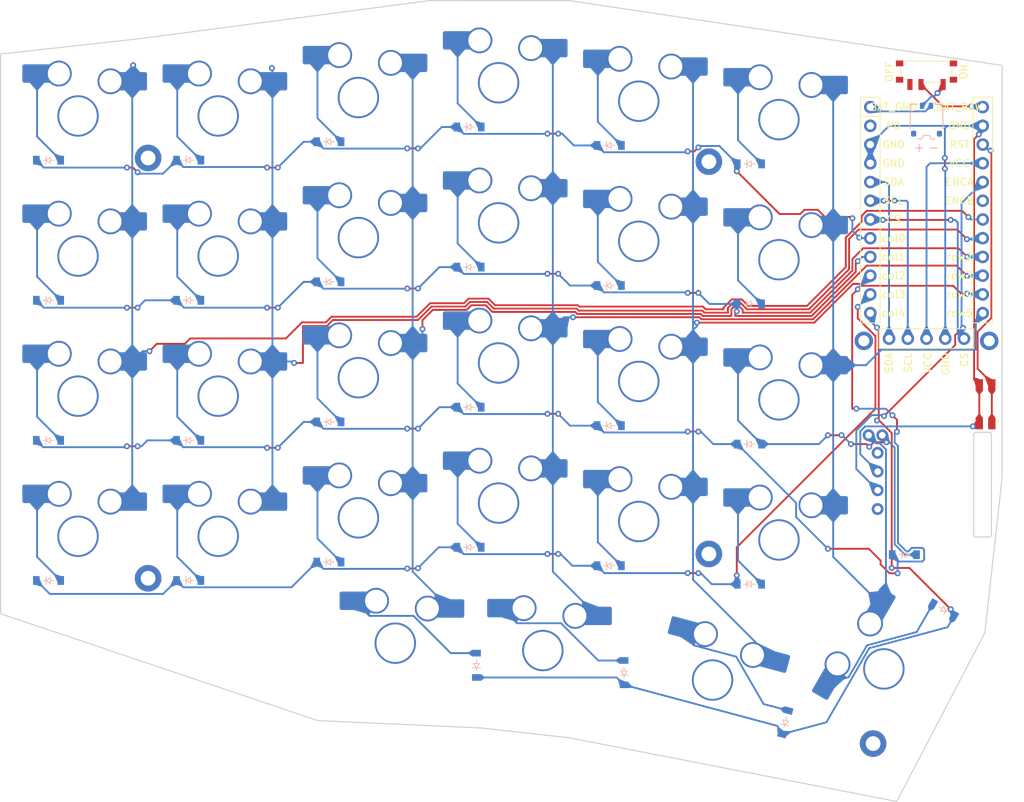
<source format=kicad_pcb>
(kicad_pcb (version 20240108) (generator "pcbnew") (generator_version "8.0")
  (title_block (title "left") (rev "v1.0.0") (company "Unknown"))
  (layers (0 "F.Cu" signal) (31 "B.Cu" signal) (34 "B.Paste" user) (35 "F.Paste" user) (36 "B.SilkS" user "B.Silkscreen") (37 "F.SilkS" user "F.Silkscreen") (38 "B.Mask" user) (39 "F.Mask" user) (44 "Edge.Cuts" user))
  (net 0 "")
  (net 1 "row0")
  (net 2 "outer_bottom")
  (net 3 "GND")
  (net 4 "outer_home")
  (net 5 "outer_top")
  (net 6 "outer_num")
  (net 7 "row1")
  (net 8 "pinky_bottom")
  (net 9 "pinky_home")
  (net 10 "pinky_top")
  (net 11 "pinky_num")
  (net 12 "row2")
  (net 13 "ring_bottom")
  (net 14 "ring_home")
  (net 15 "ring_top")
  (net 16 "ring_num")
  (net 17 "row3")
  (net 18 "middle_bottom")
  (net 19 "middle_home")
  (net 20 "middle_top")
  (net 21 "middle_num")
  (net 22 "row4")
  (net 23 "index_bottom")
  (net 24 "index_home")
  (net 25 "index_top")
  (net 26 "index_num")
  (net 27 "row5")
  (net 28 "inner_bottom")
  (net 29 "inner_home")
  (net 30 "inner_top")
  (net 31 "inner_num")
  (net 32 "inner_cluster")
  (net 33 "layer_cluster")
  (net 34 "home_cluster")
  (net 35 "space_cluster")
  (net 36 "col3")
  (net 37 "col2")
  (net 38 "col1")
  (net 39 "col0")
  (net 40 "col4")
  (net 41 "ENCB_undef")
  (net 42 "ENCA")
  (net 43 "undef_ENCB")
  (net 44 "BAT_RAW")
  (net 45 "RST")
  (net 46 "VCC")
  (net 47 "ENCB")
  (net 48 "BAT_GND")
  (net 49 "P0")
  (net 50 "SDA")
  (net 51 "SCL")
  (net 52 "CS")
  (net 53 "ON_P")
  (footprint "ceoloide:mounting_hole_plated" (layer "F.Cu") (at 166.417096 111.600336)
    (property "Reference" "H7" (hide yes))
    (property "Value" "")
  )
  (footprint "ceoloide:mounting_hole_plated" (layer "F.Cu") (at 52.417098 143.800339)
    (property "Reference" "H3" (hide yes))
    (property "Value" "")
  )
  (footprint "ceoloide:mounting_hole_plated" (layer "F.Cu") (at 128.417093 87.300337)
    (property "Reference" "H2" (hide yes))
    (property "Value" "")
  )
  (footprint "ceoloide:mcu_nice_nano" (layer "F.Cu") (at 157.917096 92.600339)
    (property "Reference" "MCU1" (hide yes))
    (property "Value" "")
  )
  (footprint "RollerEncoder_Panasonic_EVQWGD001" (layer "F.Cu") (at 156.917099 130.600338)
    (property "Reference" "REF**")
    (property "Value" "RollerEncoder_Panasonic_EVQWGD001")
    (fp_line (start 7.4 -6.3) (end 7.4 7.3) (stroke (width 0.15)) (layer "Edge.Cuts"))
    (fp_line (start 7.7 7.6) (end 9.5 7.6) (stroke (width 0.15)) (layer "Edge.Cuts"))
    (fp_line (start 9.5 -6.6) (end 7.7 -6.600001) (stroke (width 0.15)) (layer "Edge.Cuts"))
    (fp_line (start 9.8 7.3) (end 9.8 -6.3) (stroke (width 0.15)) (layer "Edge.Cuts"))
    (fp_arc (start 7.4 -6.3) (mid 7.487868 -6.512132) (end 7.7 -6.600001) (stroke (width 0.15)) (layer "Edge.Cuts"))
    (fp_arc (start 7.7 7.6) (mid 7.487868 7.512132) (end 7.4 7.3) (stroke (width 0.15)) (layer "Edge.Cuts"))
    (fp_arc (start 9.5 -6.6) (mid 9.712132 -6.512132) (end 9.8 -6.3) (stroke (width 0.15)) (layer "Edge.Cuts"))
    (fp_arc (start 9.8 7.3) (mid 9.712132 7.512132) (end 9.5 7.6) (stroke (width 0.15)) (layer "Edge.Cuts"))
  )
  (footprint "ceoloide:mounting_hole_plated" (layer "F.Cu") (at 52.417097 86.800336)
    (property "Reference" "H1" (hide yes))
    (property "Value" "")
  )
  (footprint "ceoloide:mounting_hole_plated" (layer "F.Cu") (at 149.417098 111.600335)
    (property "Reference" "H6" (hide yes))
    (property "Value" "")
  )
  (footprint "ceoloide:display_nice_view" (layer "F.Cu") (at 157.917094 94.600335)
    (property "Reference" "DISP1" (hide yes))
    (property "Value" "")
  )
  (footprint "ceoloide:reset_switch_smd_side" (layer "F.Cu") (at 165.917098 120.200332 -90)
    (property "Reference" "RST1" (hide yes))
    (property "Value" "")
  )
  (footprint "ceoloide:mounting_hole_plated" (layer "F.Cu") (at 128.417096 140.500339)
    (property "Reference" "H5" (hide yes))
    (property "Value" "")
  )
  (footprint "ceoloide:mounting_hole_plated" (layer "F.Cu") (at 150.676607 166.216935 60)
    (property "Reference" "H4" (hide yes))
    (property "Value" "")
  )
  (footprint "ceoloide:power_switch_smd_side" (layer "F.Cu") (at 157.917097 75.100339 90)
    (property "Reference" "PWR1" (hide yes))
    (property "Value" "")
  )
  (footprint "ceoloide:switch_gateron_ks27_ks33" (layer "B.Cu") (at 61.917091 138.100336 180)
    (property "Reference" "S5" (hide yes))
    (property "Value" "")
  )
  (footprint "ceoloide:switch_gateron_ks27_ks33" (layer "B.Cu") (at 137.917097 138.600339 180)
    (property "Reference" "S21" (hide yes))
    (property "Value" "")
  )
  (footprint "ceoloide:diode_tht_sod123" (layer "B.Cu") (at 57.917093 87.100335)
    (property "Reference" "D8" (hide yes))
    (property "Value" "")
  )
  (footprint "ceoloide:switch_gateron_ks27_ks33" (layer "B.Cu") (at 118.917095 98.100336 180)
    (property "Reference" "S19" (hide yes))
    (property "Value" "")
  )
  (footprint "ceoloide:diode_tht_sod123" (layer "B.Cu") (at 160.233787 148.063413 150)
    (property "Reference" "D28" (hide yes))
    (property "Value" "")
  )
  (footprint "ceoloide:diode_tht_sod123" (layer "B.Cu") (at 95.917096 82.600337)
    (property "Reference" "D16" (hide yes))
    (property "Value" "")
  )
  (footprint "ceoloide:switch_gateron_ks27_ks33" (layer "B.Cu") (at 137.917093 100.600335 180)
    (property "Reference" "S23" (hide yes))
    (property "Value" "")
  )
  (footprint "ceoloide:switch_gateron_ks27_ks33" (layer "B.Cu") (at 61.917097 100.100338 180)
    (property "Reference" "S7" (hide yes))
    (property "Value" "")
  )
  (footprint "ceoloide:diode_tht_sod123" (layer "B.Cu") (at 57.917094 106.100337)
    (property "Reference" "D7" (hide yes))
    (property "Value" "")
  )
  (footprint "ceoloide:switch_gateron_ks27_ks33" (layer "B.Cu") (at 85.917092 152.600337 180)
    (property "Reference" "S25" (hide yes))
    (property "Value" "")
  )
  (footprint "ceoloide:switch_gateron_ks27_ks33" (layer "B.Cu") (at 99.917098 95.60034 180)
    (property "Reference" "S15" (hide yes))
    (property "Value" "")
  )
  (footprint "ceoloide:switch_gateron_ks27_ks33" (layer "B.Cu") (at 99.917091 114.600336 180)
    (property "Reference" "S14" (hide yes))
    (property "Value" "")
  )
  (footprint "ceoloide:switch_gateron_ks27_ks33" (layer "B.Cu") (at 118.917094 79.100335 180)
    (property "Reference" "S20" (hide yes))
    (property "Value" "")
  )
  (footprint "ceoloide:diode_tht_sod123" (layer "B.Cu") (at 38.917098 87.100336)
    (property "Reference" "D4" (hide yes))
    (property "Value" "")
  )
  (footprint "ceoloide:diode_tht_sod123" (layer "B.Cu") (at 154.917098 140.600337)
    (property "Reference" "D29" (hide yes))
    (property "Value" "")
  )
  (footprint "ceoloide:switch_gateron_ks27_ks33" (layer "B.Cu") (at 128.917094 157.600338 165)
    (property "Reference" "S27" (hide yes))
    (property "Value" "")
  )
  (footprint "ceoloide:switch_gateron_ks27_ks33" (layer "B.Cu") (at 118.917094 117.100335 180)
    (property "Reference" "S18" (hide yes))
    (property "Value" "")
  )
  (footprint "ceoloide:diode_tht_sod123" (layer "B.Cu") (at 133.917094 87.600336)
    (property "Reference" "D24" (hide yes))
    (property "Value" "")
  )
  (footprint "ceoloide:switch_gateron_ks27_ks33" (layer "B.Cu") (at 42.917096 119.100338 180)
    (property "Reference" "S2" (hide yes))
    (property "Value" "")
  )
  (footprint "ceoloide:switch_gateron_ks27_ks33" (layer "B.Cu") (at 42.917096 100.100334 180)
    (property "Reference" "S3" (hide yes))
    (property "Value" "")
  )
  (footprint "ceoloide:diode_tht_sod123" (layer "B.Cu") (at 114.917096 123.100336)
    (property "Reference" "D18" (hide yes))
    (property "Value" "")
  )
  (footprint "ceoloide:switch_gateron_ks27_ks33" (layer "B.Cu") (at 99.917095 76.600337 180)
    (property "Reference" "S16" (hide yes))
    (property "Value" "")
  )
  (footprint "ceoloide:diode_tht_sod123" (layer "B.Cu") (at 133.917098 144.600338)
    (property "Reference" "D21" (hide yes))
    (property "Value" "")
  )
  (footprint "ceoloide:diode_tht_sod123" (layer "B.Cu") (at 76.917096 103.600337)
    (property "Reference" "D11" (hide yes))
    (property "Value" "")
  )
  (footprint "ceoloide:diode_tht_sod123" (layer "B.Cu") (at 76.917096 141.600336)
    (property "Reference" "D9" (hide yes))
    (property "Value" "")
  )
  (footprint "ceoloide:diode_tht_sod123" (layer "B.Cu") (at 57.917095 144.100337)
    (property "Reference" "D5" (hide yes))
    (property "Value" "")
  )
  (footprint "ceoloide:diode_tht_sod123" (layer "B.Cu") (at 38.917099 106.100337)
    (property "Reference" "D3" (hide yes))
    (property "Value" "")
  )
  (footprint "ceoloide:switch_gateron_ks27_ks33" (layer "B.Cu") (at 42.917096 81.100337 180)
    (property "Reference" "S4" (hide yes))
    (property "Value" "")
  )
  (footprint "ceoloide:switch_gateron_ks27_ks33" (layer "B.Cu") (at 80.917098 97.600338 180)
    (property "Reference" "S11" (hide yes))
    (property "Value" "")
  )
  (footprint "ceoloide:diode_tht_sod123" (layer "B.Cu") (at 95.917095 139.600336)
    (property "Reference" "D13" (hide yes))
    (property "Value" "")
  )
  (footprint "ceoloide:diode_tht_sod123" (layer "B.Cu") (at 138.765819 163.345123 75)
    (property "Reference" "D27" (hide yes))
    (property "Value" "")
  )
  (footprint "ceoloide:switch_gateron_ks27_ks33" (layer "B.Cu") (at 152.135711 156.089695 -120)
    (property "Reference" "S28" (hide yes))
    (property "Value" "")
  )
  (footprint "ceoloide:switch_gateron_ks27_ks33" (layer "B.Cu") (at 80.917092 78.600336 180)
    (property "Reference" "S12" (hide yes))
    (property "Value" "")
  )
  (footprint "ceoloide:diode_tht_sod123" (layer "B.Cu") (at 76.917095 122.600336)
    (property "Reference" "D10" (hide yes))
    (property "Value" "")
  )
  (footprint "ceoloide:diode_tht_sod123" (layer "B.Cu") (at 114.917097 142.100339)
    (property "Reference" "D17" (hide yes))
    (property "Value" "")
  )
  (footprint "ceoloide:switch_gateron_ks27_ks33" (layer "B.Cu") (at 105.917097 153.600338 180)
    (property "Reference" "S26" (hide yes))
    (property "Value" "")
  )
  (footprint "ceoloide:diode_tht_sod123" (layer "B.Cu") (at 95.917094 120.600336)
    (property "Reference" "D14" (hide yes))
    (property "Value" "")
  )
  (footprint "ceoloide:switch_gateron_ks27_ks33" (layer "B.Cu") (at 42.917097 138.100335 180)
    (property "Reference" "S1" (hide yes))
    (property "Value" "")
  )
  (footprint "ceoloide:diode_tht_sod123" (layer "B.Cu") (at 38.917093 144.10034)
    (property "Reference" "D1" (hide yes))
    (property "Value" "")
  )
  (footprint "ceoloide:diode_tht_sod123" (layer "B.Cu") (at 116.917094 156.600337 90)
    (property "Reference" "D26" (hide yes))
    (property "Value" "")
  )
  (footprint "ceoloide:diode_tht_sod123" (layer "B.Cu") (at 96.917095 155.600334 90)
    (property "Reference" "D25" (hide yes))
    (property "Value" "")
  )
  (footprint "ceoloide:switch_gateron_ks27_ks33" (layer "B.Cu") (at 137.917096 81.60034 180)
    (property "Reference" "S24" (hide yes))
    (property "Value" "")
  )
  (footprint "ceoloide:switch_gateron_ks27_ks33" (layer "B.Cu") (at 61.917096 81.100338 180)
    (property "Reference" "S8" (hide yes))
    (property "Value" "")
  )
  (footprint "ceoloide:diode_tht_sod123" (layer "B.Cu") (at 114.917095 85.100335)
    (property "Reference" "D20" (hide yes))
    (property "Value" "")
  )
  (footprint "ceoloide:diode_tht_sod123" (layer "B.Cu") (at 133.917098 125.600337)
    (property "Reference" "D22" (hide yes))
    (property "Value" "")
  )
  (footprint "ceoloide:diode_tht_sod123" (layer "B.Cu") (at 114.917096 104.100335)
    (property "Reference" "D19" (hide yes))
    (property "Value" "")
  )
  (footprint "ceoloide:diode_tht_sod123" (layer "B.Cu") (at 95.917093 101.600337)
    (property "Reference" "D15" (hide yes))
    (property "Value" "")
  )
  (footprint "ceoloide:diode_tht_sod123" (layer "B.Cu") (at 76.917096 84.600338)
    (property "Reference" "D12" (hide yes))
    (property "Value" "")
  )
  (footprint "ceoloide:switch_gateron_ks27_ks33" (layer "B.Cu") (at 99.917098 133.600333 180)
    (property "Reference" "S13" (hide yes))
    (property "Value" "")
  )
  (footprint "ceoloide:diode_tht_sod123" (layer "B.Cu") (at 38.917097 125.100335)
    (property "Reference" "D2" (hide yes))
    (property "Value" "")
  )
  (footprint "ceoloide:switch_gateron_ks27_ks33" (layer "B.Cu") (at 118.917097 136.100339 180)
    (property "Reference" "S17" (hide yes))
    (property "Value" "")
  )
  (footprint "ceoloide:switch_gateron_ks27_ks33" (layer "B.Cu") (at 61.917095 119.100337 180)
    (property "Reference" "S6" (hide yes))
    (property "Value" "")
  )
  (footprint "ceoloide:switch_gateron_ks27_ks33" (layer "B.Cu") (at 137.917096 119.600337 180)
    (property "Reference" "S22" (hide yes))
    (property "Value" "")
  )
  (footprint "ceoloide:diode_tht_sod123" (layer "B.Cu") (at 133.917093 106.600338)
    (property "Reference" "D23" (hide yes))
    (property "Value" "")
  )
  (footprint "ceoloide:diode_tht_sod123" (layer "B.Cu") (at 57.917095 125.100335)
    (property "Reference" "D6" (hide yes))
    (property "Value" "")
  )
  (footprint "ceoloide:battery_connector_molex_pico_ezmate_1x02" (layer "B.Cu") (at 157.917095 81.600338)
    (property "Reference" "CONN1" (hide yes))
    (property "Value" "")
  )
  (footprint "ceoloide:switch_gateron_ks27_ks33" (layer "B.Cu") (at 80.917095 116.600337 180)
    (property "Reference" "S10" (hide yes))
    (property "Value" "")
  )
  (footprint "ceoloide:switch_gateron_ks27_ks33" (layer "B.Cu") (at 80.917097 135.600337 180)
    (property "Reference" "S9" (hide yes))
    (property "Value" "")
  )
  (gr_line (start 75.417096 163.100335) (end 32.417094 148.600338) (stroke (width 0.15)) (layer "Edge.Cuts"))
  (gr_line (start 32.417094 148.600338) (end 32.417096 72.700338) (stroke (width 0.15)) (layer "Edge.Cuts"))
  (gr_line (start 32.417096 72.700338) (end 51.417094 70.600336) (stroke (width 0.15)) (layer "Edge.Cuts"))
  (gr_line (start 153.87898 174.070269) (end 109.428421 165.422841) (stroke (width 0.15)) (layer "Edge.Cuts"))
  (gr_line (start 165.817093 151.200334) (end 153.87898 174.070269) (stroke (width 0.15)) (layer "Edge.Cuts"))
  (gr_line (start 97.517098 164.100334) (end 75.417096 163.100335) (stroke (width 0.15)) (layer "Edge.Cuts"))
  (gr_line (start 168.167096 74.250335) (end 168.167096 130.100335) (stroke (width 0.15)) (layer "Edge.Cuts"))
  (gr_line (start 51.417094 70.600336) (end 90.467097 65.470338) (stroke (width 0.15)) (layer "Edge.Cuts"))
  (gr_line (start 168.167096 130.100335) (end 165.817093 151.200334) (stroke (width 0.15)) (layer "Edge.Cuts"))
  (gr_line (start 90.467097 65.470338) (end 109.467096 65.450337) (stroke (width 0.15)) (layer "Edge.Cuts"))
  (gr_line (start 109.428421 165.422841) (end 97.517098 164.100334) (stroke (width 0.15)) (layer "Edge.Cuts"))
  (gr_line (start 109.467096 65.450337) (end 168.167096 74.250335) (stroke (width 0.15)) (layer "Edge.Cuts"))
  (segment (start 57.4 112) (end 53.6 112) (width 0.25) (layer "F.Cu") (net 1))
  (segment (start 58.124663 111.275337) (end 57.4 112) (width 0.25) (layer "F.Cu") (net 1))
  (segment (start 132.873097 105.975) (end 131.526903 105.975) (width 0.25) (layer "F.Cu") (net 1))
  (segment (start 110.673097 106.775) (end 99.449038 106.775) (width 0.25) (layer "F.Cu") (net 1))
  (segment (start 146.975 97.588604) (end 146.975 101.6) (width 0.25) (layer "F.Cu") (net 1))
  (segment (start 149.122096 95.441508) (end 146.975 97.588604) (width 0.25) (layer "F.Cu") (net 1))
  (segment (start 53.6 112) (end 52.6 113) (width 0.25) (layer "F.Cu") (net 1))
  (segment (start 146.975 101.6) (end 141.71485 106.86015) (width 0.25) (layer "F.Cu") (net 1))
  (segment (start 76.498269 109.09827) (end 73.265334 109.09827) (width 0.25) (layer "F.Cu") (net 1))
  (segment (start 130.4 107.325) (end 127.986396 107.325) (width 0.25) (layer "F.Cu") (net 1))
  (segment (start 149.122096 94.653637) (end 149.122096 95.441508) (width 0.25) (layer "F.Cu") (net 1))
  (segment (start 90.627208 106.5) (end 88.801871 108.325337) (width 0.25) (layer "F.Cu") (net 1))
  (segment (start 95.227208 106.5) (end 90.627208 106.5) (width 0.25) (layer "F.Cu") (net 1))
  (segment (start 77.271202 108.325337) (end 76.498269 109.09827) (width 0.25) (layer "F.Cu") (net 1))
  (segment (start 133.93985 106.86015) (end 133.925 106.875) (width 0.25) (layer "F.Cu") (net 1))
  (segment (start 149.810395 93.965338) (end 149.122096 94.653637) (width 0.25) (layer "F.Cu") (net 1))
  (segment (start 163.58947 94.814673) (end 162.740135 93.965338) (width 0.25) (layer "F.Cu") (net 1))
  (segment (start 95.851872 105.875336) (end 95.227208 106.5) (width 0.25) (layer "F.Cu") (net 1))
  (segment (start 133.773097 106.875) (end 132.873097 105.975) (width 0.25) (layer "F.Cu") (net 1))
  (segment (start 131.526903 105.975) (end 130.4 107.101903) (width 0.25) (layer "F.Cu") (net 1))
  (segment (start 162.740135 93.965338) (end 149.810395 93.965338) (width 0.25) (layer "F.Cu") (net 1))
  (segment (start 110.849048 106.950951) (end 110.673097 106.775) (width 0.25) (layer "F.Cu") (net 1))
  (segment (start 73.265334 109.09827) (end 71.088267 111.275337) (width 0.25) (layer "F.Cu") (net 1))
  (segment (start 88.801871 108.325337) (end 77.271202 108.325337) (width 0.25) (layer "F.Cu") (net 1))
  (segment (start 133.925 106.875) (end 133.773097 106.875) (width 0.25) (layer "F.Cu") (net 1))
  (segment (start 130.4 107.101903) (end 130.4 107.325) (width 0.25) (layer "F.Cu") (net 1))
  (segment (start 127.612347 106.950951) (end 110.849048 106.950951) (width 0.25) (layer "F.Cu") (net 1))
  (segment (start 71.088267 111.275337) (end 58.124663 111.275337) (width 0.25) (layer "F.Cu") (net 1))
  (segment (start 141.71485 106.86015) (end 133.93985 106.86015) (width 0.25) (layer "F.Cu") (net 1))
  (segment (start 127.986396 107.325) (end 127.612347 106.950951) (width 0.25) (layer "F.Cu") (net 1))
  (segment (start 99.449038 106.775) (end 98.549374 105.875336) (width 0.25) (layer "F.Cu") (net 1))
  (segment (start 98.549374 105.875336) (end 95.851872 105.875336) (width 0.25) (layer "F.Cu") (net 1))
  (via (at 50.389471 74.214674) (size 0.8) (drill 0.4) (layers "F.Cu" "B.Cu") (net 1))
  (via (at 52.6 113) (size 0.8) (drill 0.4) (layers "F.Cu" "B.Cu") (net 1))
  (via (at 163.58947 94.814673) (size 0.8) (drill 0.4) (layers "F.Cu" "B.Cu") (net 1))
  (segment (start 50.267097 95.400336) (end 50.267095 114.400335) (width 0.25) (layer "B.Cu") (net 1))
  (segment (start 51.667434 113) (end 50.267096 114.400338) (width 0.25) (layer "B.Cu") (net 1))
  (segment (start 52.6 113) (end 51.667434 113) (width 0.25) (layer "B.Cu") (net 1))
  (segment (start 163.915132 95.140337) (end 163.58947 94.814673) (width 0.25) (layer "B.Cu") (net 1))
  (segment (start 50.389471 74.214674) (end 50.389471 76.277961) (width 0.25) (layer "B.Cu") (net 1))
  (segment (start 50.267095 114.400335) (end 50.267098 133.400338) (width 0.25) (layer "B.Cu") (net 1))
  (segment (start 50.267094 76.400334) (end 50.267097 95.400336) (width 0.25) (layer "B.Cu") (net 1))
  (segment (start 50.389471 76.277961) (end 50.267095 76.400335) (width 0.25) (layer "B.Cu") (net 1))
  (segment (start 165.537097 95.140336) (end 163.915132 95.140337) (width 0.25) (layer "B.Cu") (net 1))
  (segment (start 37.367094 140.900338) (end 40.567095 144.100334) (width 0.25) (layer "B.Cu") (net 2))
  (segment (start 37.367099 132.350338) (end 37.367094 140.900338) (width 0.25) (layer "B.Cu") (net 2))
  (segment (start 164.2 123.2) (end 164.69243 123.2) (width 0.25) (layer "F.Cu") (net 3))
  (segment (start 160.4 88.245339) (end 160.4 86.795339) (width 0.25) (layer "F.Cu") (net 3))
  (segment (start 164.362096 116.870329) (end 164.362096 84.237904) (width 0.25) (layer "F.Cu") (net 3))
  (segment (start 164.362096 84.237904) (end 165 83.6) (width 0.25) (layer "F.Cu") (net 3))
  (segment (start 164.69243 123.2) (end 165.067098 122.825332) (width 0.25) (layer "F.Cu") (net 3))
  (segment (start 165.067098 122.825332) (end 165.067098 117.575331) (width 0.25) (layer "F.Cu") (net 3))
  (segment (start 165.067098 117.575331) (end 164.362096 116.870329) (width 0.25) (layer "F.Cu") (net 3))
  (via (at 164.2 123.2) (size 0.8) (drill 0.4) (layers "F.Cu" "B.Cu") (net 3))
  (via (at 160.4 86.795339) (size 0.8) (drill 0.4) (layers "F.Cu" "B.Cu") (net 3))
  (via (at 165 83.6) (size 0.8) (drill 0.4) (layers "F.Cu" "B.Cu") (net 3))
  (via (at 160.4 88.245339) (size 0.8) (drill 0.4) (layers "F.Cu" "B.Cu") (net 3))
  (segment (start 148.942099 126.980338) (end 148.942099 123.857901) (width 0.25) (layer "B.Cu") (net 3))
  (segment (start 150.297096 87.520339) (end 150.297096 84.980339) (width 0.25) (layer "B.Cu") (net 3))
  (segment (start 160.759662 82.440338) (end 160.4 82.8) (width 0.25) (layer "B.Cu") (net 3))
  (segment (start 165 83.6) (end 165 82.977434) (width 0.25) (layer "B.Cu") (net 3))
  (segment (start 165.537096 82.440338) (end 152.837097 82.440338) (width 0.25) (layer "B.Cu") (net 3))
  (segment (start 151.292099 129.330338) (end 148.942099 126.980338) (width 0.25) (layer "B.Cu") (net 3))
  (segment (start 165.537096 82.440338) (end 160.759662 82.440338) (width 0.25) (layer "B.Cu") (net 3))
  (segment (start 148.942099 123.857901) (end 149.6 123.2) (width 0.25) (layer "B.Cu") (net 3))
  (segment (start 160.457095 111.300335) (end 160.457095 88.302434) (width 0.25) (layer "B.Cu") (net 3))
  (segment (start 152.837097 82.440338) (end 150.297096 84.980339) (width 0.25) (layer "B.Cu") (net 3))
  (segment (start 149.6 123.2) (end 164.2 123.2) (width 0.25) (layer "B.Cu") (net 3))
  (segment (start 165 82.977434) (end 165.537096 82.440338) (width 0.25) (layer "B.Cu") (net 3))
  (segment (start 160.4 82.8) (end 160.4 86.795339) (width 0.25) (layer "B.Cu") (net 3))
  (segment (start 160.457095 88.302434) (end 160.4 88.245339) (width 0.25) (layer "B.Cu") (net 3))
  (segment (start 37.367095 113.350338) (end 37.367095 121.900337) (width 0.25) (layer "B.Cu") (net 4))
  (segment (start 37.367095 121.900337) (end 40.567095 125.100337) (width 0.25) (layer "B.Cu") (net 4))
  (segment (start 37.367099 102.900337) (end 40.567094 106.100337) (width 0.25) (layer "B.Cu") (net 5))
  (segment (start 37.367096 94.350337) (end 37.367099 102.900337) (width 0.25) (layer "B.Cu") (net 5))
  (segment (start 37.367092 83.900338) (end 40.567097 87.100336) (width 0.25) (layer "B.Cu") (net 6))
  (segment (start 37.367094 75.350336) (end 37.367092 83.900338) (width 0.25) (layer "B.Cu") (net 6))
  (segment (start 163.389471 97.814675) (end 162.080135 96.505339) (width 0.25) (layer "F.Cu") (net 7))
  (segment (start 162.080135 96.505339) (end 148.694661 96.505339) (width 0.25) (layer "F.Cu") (net 7))
  (segment (start 110.486701 107.225) (end 99.4 107.225) (width 0.25) (layer "F.Cu") (net 7))
  (segment (start 110.8 107.5) (end 110.761701 107.5) (width 0.25) (layer "F.Cu") (net 7))
  (segment (start 127.525 107.5) (end 126.8 107.5) (width 0.25) (layer "F.Cu") (net 7))
  (segment (start 95.413604 106.95) (end 95.2 106.95) (width 0.25) (layer "F.Cu") (net 7))
  (segment (start 147.425 101.728454) (end 147.425 101.871546) (width 0.25) (layer "F.Cu") (net 7))
  (segment (start 135.2 107.325) (end 133.6 107.325) (width 0.25) (layer "F.Cu") (net 7))
  (segment (start 98.362978 106.325336) (end 98 106.325336) (width 0.25) (layer "F.Cu") (net 7))
  (segment (start 99.018821 106.981179) (end 98.362978 106.325336) (width 0.25) (layer "F.Cu") (net 7))
  (segment (start 132.686701 106.425) (end 131.8 106.425) (width 0.25) (layer "F.Cu") (net 7))
  (segment (start 95.2 106.95) (end 90.813604 106.95) (width 0.25) (layer "F.Cu") (net 7))
  (segment (start 89.381802 108.381802) (end 88.988267 108.775337) (width 0.25) (layer "F.Cu") (net 7))
  (segment (start 131.449695 106.688604) (end 131 107.138299) (width 0.25) (layer "F.Cu") (net 7))
  (segment (start 96.038268 106.325336) (end 95.781802 106.581802) (width 0.25) (layer "F.Cu") (net 7))
  (segment (start 88.988267 108.775337) (end 77.8 108.775337) (width 0.25) (layer "F.Cu") (net 7))
  (segment (start 73.4 114.6) (end 72.2 114.6) (width 0.25) (layer "F.Cu") (net 7))
  (segment (start 98 106.325336) (end 96.038268 106.325336) (width 0.25) (layer "F.Cu") (net 7))
  (segment (start 99.4 107.225) (end 99.262642 107.225) (width 0.25) (layer "F.Cu") (net 7))
  (segment (start 127.8 107.775) (end 127.525 107.5) (width 0.25) (layer "F.Cu") (net 7))
  (segment (start 148.694661 96.505339) (end 147.425 97.775) (width 0.25) (layer "F.Cu") (net 7))
  (segment (start 95.781802 106.581802) (end 95.413604 106.95) (width 0.25) (layer "F.Cu") (net 7))
  (segment (start 141.971546 107.325) (end 141.8 107.325) (width 0.25) (layer "F.Cu") (net 7))
  (segment (start 90.813604 106.95) (end 89.381802 108.381802) (width 0.25) (layer "F.Cu") (net 7))
  (segment (start 133.6 107.325) (end 133.586701 107.325) (width 0.25) (layer "F.Cu") (net 7))
  (segment (start 132.83085 106.569149) (end 132.686701 106.425) (width 0.25) (layer "F.Cu") (net 7))
  (segment (start 131 107.138299) (end 131 107.775) (width 0.25) (layer "F.Cu") (net 7))
  (segment (start 131.8 106.425) (end 131.713299 106.425) (width 0.25) (layer "F.Cu") (net 7))
  (segment (start 76.916467 109.316468) (end 76.632935 109.6) (width 0.25) (layer "F.Cu") (net 7))
  (segment (start 76.632935 109.6) (end 73.4 109.6) (width 0.25) (layer "F.Cu") (net 7))
  (segment (start 131 107.775) (end 127.8 107.775) (width 0.25) (layer "F.Cu") (net 7))
  (segment (start 126.8 107.5) (end 110.8 107.5) (width 0.25) (layer "F.Cu") (net 7))
  (segment (start 110.761701 107.5) (end 110.486701 107.225) (width 0.25) (layer "F.Cu") (net 7))
  (segment (start 147.425 101.871546) (end 142.148273 107.148273) (width 0.25) (layer "F.Cu") (net 7))
  (segment (start 77.457598 108.775337) (end 76.916467 109.316468) (width 0.25) (layer "F.Cu") (net 7))
  (segment (start 133.586701 107.325) (end 132.83085 106.569149) (width 0.25) (layer "F.Cu") (net 7))
  (segment (start 77.8 108.775337) (end 77.457598 108.775337) (width 0.25) (layer "F.Cu") (net 7))
  (segment (start 73.4 109.6) (end 73.4 114.6) (width 0.25) (layer "F.Cu") (net 7))
  (segment (start 141.8 107.325) (end 135.2 107.325) (width 0.25) (layer "F.Cu") (net 7))
  (segment (start 131.713299 106.425) (end 131.449695 106.688604) (width 0.25) (layer "F.Cu") (net 7))
  (segment (start 147.425 97.775) (end 147.425 101.728454) (width 0.25) (layer "F.Cu") (net 7))
  (segment (start 99.262642 107.225) (end 99.018821 106.981179) (width 0.25) (layer "F.Cu") (net 7))
  (segment (start 142.148273 107.148273) (end 141.971546 107.325) (width 0.25) (layer "F.Cu") (net 7))
  (via (at 72.2 114.6) (size 0.8) (drill 0.4) (layers "F.Cu" "B.Cu") (net 7))
  (via (at 69.18947 74.614674) (size 0.8) (drill 0.4) (layers "F.Cu" "B.Cu") (net 7))
  (via (at 163.389471 97.814675) (size 0.8) (drill 0.4) (layers "F.Cu" "B.Cu") (net 7))
  (segment (start 69.267098 133.400337) (end 69.267097 114.400338) (width 0.25) (layer "B.Cu") (net 7))
  (segment (start 69.267096 95.400336) (end 69.267095 76.400335) (width 0.25) (layer "B.Cu") (net 7))
  (segment (start 72.2 114.6) (end 72.000337 114.400337) (width 0.25) (layer "B.Cu") (net 7))
  (segment (start 69.267096 74.692298) (end 69.18947 74.614674) (width 0.25) (layer "B.Cu") (net 7))
  (segment (start 72.000337 114.400337) (end 69.267095 114.400337) (width 0.25) (layer "B.Cu") (net 7))
  (segment (start 69.267097 114.400338) (end 69.267096 95.400336) (width 0.25) (layer "B.Cu") (net 7))
  (segment (start 165.402762 97.814674) (end 165.537098 97.680339) (width 0.25) (layer "B.Cu") (net 7))
  (segment (start 69.267095 76.400337) (end 69.267096 74.692298) (width 0.25) (layer "B.Cu") (net 7))
  (segment (start 163.389471 97.814675) (end 165.402762 97.814674) (width 0.25) (layer "B.Cu") (net 7))
  (segment (start 56.367095 140.900338) (end 59.567095 144.100335) (width 0.25) (layer "B.Cu") (net 8))
  (segment (start 56.367094 132.350337) (end 56.367095 140.900338) (width 0.25) (layer "B.Cu") (net 8))
  (segment (start 56.367095 121.900336) (end 59.567096 125.100337) (width 0.25) (layer "B.Cu") (net 9))
  (segment (start 56.367098 113.350339) (end 56.367095 121.900336) (width 0.25) (layer "B.Cu") (net 9))
  (segment (start 56.367094 102.900337) (end 59.567093 106.100336) (width 0.25) (layer "B.Cu") (net 10))
  (segment (start 56.367096 94.350336) (end 56.367094 102.900337) (width 0.25) (layer "B.Cu") (net 10))
  (segment (start 56.367098 75.350333) (end 56.367096 83.900336) (width 0.25) (layer "B.Cu") (net 11))
  (segment (start 56.367096 83.900336) (end 59.567097 87.100338) (width 0.25) (layer "B.Cu") (net 11))
  (segment (start 147.875 102.057942) (end 142.157942 107.775) (width 0.25) (layer "F.Cu") (net 12))
  (segment (start 95.6 107.4) (end 91 107.4) (width 0.25) (layer "F.Cu") (net 12))
  (segment (start 127.311396 107.95) (end 110.575305 107.95) (width 0.25) (layer "F.Cu") (net 12))
  (segment (start 133 107.374695) (end 132.500305 106.875) (width 0.25) (layer "F.Cu") (net 12))
  (segment (start 131.475 107.299695) (end 131.475 108.15) (width 0.25) (layer "F.Cu") (net 12))
  (segment (start 142.157942 107.775) (end 133 107.775) (width 0.25) (layer "F.Cu") (net 12))
  (segment (start 163.4 100.2) (end 162.245339 99.045339) (width 0.25) (layer "F.Cu") (net 12))
  (segment (start 147.875 100.499695) (end 147.875 102.057942) (width 0.25) (layer "F.Cu") (net 12))
  (segment (start 131.475 108.15) (end 131.4 108.225) (width 0.25) (layer "F.Cu") (net 12))
  (segment (start 110.575305 107.95) (end 110.300305 107.675) (width 0.25) (layer "F.Cu") (net 12))
  (segment (start 91 107.4) (end 89.6 108.8) (width 0.25) (layer "F.Cu") (net 12))
  (segment (start 110.300305 107.675) (end 99.076246 107.675) (width 0.25) (layer "F.Cu") (net 12))
  (segment (start 96.224664 106.775336) (end 95.6 107.4) (width 0.25) (layer "F.Cu") (net 12))
  (segment (start 99.076246 107.675) (end 98.176582 106.775336) (width 0.25) (layer "F.Cu") (net 12))
  (segment (start 132.500305 106.875) (end 131.899695 106.875) (width 0.25) (layer "F.Cu") (net 12))
  (segment (start 149.329356 99.045339) (end 147.875 100.499695) (width 0.25) (layer "F.Cu") (net 12))
  (segment (start 127.586396 108.225) (end 127.311396 107.95) (width 0.25) (layer "F.Cu") (net 12))
  (segment (start 131.4 108.225) (end 127.586396 108.225) (width 0.25) (layer "F.Cu") (net 12))
  (segment (start 89.6 108.8) (end 89.6 110) (width 0.25) (layer "F.Cu") (net 12))
  (segment (start 133 107.775) (end 133 107.374695) (width 0.25) (layer "F.Cu") (net 12))
  (segment (start 131.899695 106.875) (end 131.475 107.299695) (width 0.25) (layer "F.Cu") (net 12))
  (segment (start 98.176582 106.775336) (end 96.224664 106.775336) (width 0.25) (layer "F.Cu") (net 12))
  (segment (start 162.245339 99.045339) (end 149.329356 99.045339) (width 0.25) (layer "F.Cu") (net 12))
  (via (at 163.4 100.2) (size 0.8) (drill 0.4) (layers "F.Cu" "B.Cu") (net 12))
  (via (at 89.6 110) (size 0.8) (drill 0.4) (layers "F.Cu" "B.Cu") (net 12))
  (segment (start 93.267095 147.900336) (end 88.267097 142.900335) (width 0.25) (layer "B.Cu") (net 12))
  (segment (start 89.6 110) (end 89.6 110.567432) (width 0.25) (layer "B.Cu") (net 12))
  (segment (start 165.537096 100.220339) (end 163.420339 100.220339) (width 0.25) (layer "B.Cu") (net 12))
  (segment (start 88.267097 142.900335) (end 88.267094 130.900332) (width 0.25) (layer "B.Cu") (net 12))
  (segment (start 163.420339 100.220339) (end 163.4 100.2) (width 0.25) (layer "B.Cu") (net 12))
  (segment (start 89.6 110.567432) (end 88.267095 111.900337) (width 0.25) (layer "B.Cu") (net 12))
  (segment (start 88.267098 92.900333) (end 88.267097 111.900337) (width 0.25) (layer "B.Cu") (net 12))
  (segment (start 88.267095 73.900333) (end 88.267098 92.900333) (width 0.25) (layer "B.Cu") (net 12))
  (segment (start 88.267097 111.900337) (end 88.267094 130.900332) (width 0.25) (layer "B.Cu") (net 12))
  (segment (start 75.367095 129.850337) (end 75.367093 138.400337) (width 0.25) (layer "B.Cu") (net 13))
  (segment (start 75.367093 138.400337) (end 78.567096 141.600337) (width 0.25) (layer "B.Cu") (net 13))
  (segment (start 75.367098 110.850334) (end 75.367098 119.400338) (width 0.25) (layer "B.Cu") (net 14))
  (segment (start 75.367098 119.400338) (end 78.567092 122.600336) (width 0.25) (layer "B.Cu") (net 14))
  (segment (start 75.367095 91.850336) (end 75.367094 100.400332) (width 0.25) (layer "B.Cu") (net 15))
  (segment (start 75.367094 100.400332) (end 78.567093 103.600335) (width 0.25) (layer "B.Cu") (net 15))
  (segment (start 75.367096 81.400335) (end 78.567099 84.600339) (width 0.25) (layer "B.Cu") (net 16))
  (segment (start 75.367095 72.850335) (end 75.367096 81.400335) (width 0.25) (layer "B.Cu") (net 16))
  (segment (start 161.995339 101.395339) (end 149.810395 101.395339) (width 0.25) (layer "F.Cu") (net 17))
  (segment (start 149.810395 101.395339) (end 142.530734 108.675) (width 0.25) (layer "F.Cu") (net 17))
  (segment (start 127.125 108.4) (end 110 108.4) (width 0.25) (layer "F.Cu") (net 17))
  (segment (start 127.4 108.675) (end 127.125 108.4) (width 0.25) (layer "F.Cu") (net 17))
  (segment (start 142.530734 108.675) (end 127.4 108.675) (width 0.25) (layer "F.Cu") (net 17))
  (segment (start 163.4 102.8) (end 161.995339 101.395339) (width 0.25) (layer "F.Cu") (net 17))
  (via (at 163.4 102.8) (size 0.8) (drill 0.4) (layers "F.Cu" "B.Cu") (net 17))
  (via (at 110 108.4) (size 0.8) (drill 0.4) (layers "F.Cu" "B.Cu") (net 17))
  (segment (start 107.267095 109.900336) (end 107.267097 128.900337) (width 0.25) (layer "B.Cu") (net 17))
  (segment (start 108.767427 108.4) (end 107.267091 109.900336) (width 0.25) (layer "B.Cu") (net 17))
  (segment (start 110 108.4) (end 108.767427 108.4) (width 0.25) (layer "B.Cu") (net 17))
  (segment (start 163.43966 102.76034) (end 163.4 102.8) (width 0.25) (layer "B.Cu") (net 17))
  (segment (start 165.537096 102.76034) (end 163.43966 102.76034) (width 0.25) (layer "B.Cu") (net 17))
  (segment (start 113.267098 148.900333) (end 107.267092 142.900334) (width 0.25) (layer "B.Cu") (net 17))
  (segment (start 107.267092 142.900334) (end 107.267097 128.900337) (width 0.25) (layer "B.Cu") (net 17))
  (segment (start 107.267096 71.900337) (end 107.267093 90.900336) (width 0.25) (layer "B.Cu") (net 17))
  (segment (start 107.267093 90.900336) (end 107.267095 109.900336) (width 0.25) (layer "B.Cu") (net 17))
  (segment (start 94.367096 136.400337) (end 97.567094 139.600337) (width 0.25) (layer "B.Cu") (net 18))
  (segment (start 94.367095 127.850336) (end 94.367096 136.400337) (width 0.25) (layer "B.Cu") (net 18))
  (segment (start 94.367095 117.400341) (end 94.367094 108.850337) (width 0.25) (layer "B.Cu") (net 19))
  (segment (start 97.567093 120.600334) (end 94.367095 117.400341) (width 0.25) (layer "B.Cu") (net 19))
  (segment (start 97.567096 101.600338) (end 94.367094 98.400333) (width 0.25) (layer "B.Cu") (net 20))
  (segment (start 94.367094 98.400333) (end 94.367094 89.850337) (width 0.25) (layer "B.Cu") (net 20))
  (segment (start 94.367096 70.850339) (end 94.367094 79.400338) (width 0.25) (layer "B.Cu") (net 21))
  (segment (start 94.367094 79.400338) (end 97.567094 82.600338) (width 0.25) (layer "B.Cu") (net 21))
  (segment (start 148.900305 103.875) (end 147.96713 103.875) (width 0.25) (layer "F.Cu") (net 22))
  (segment (start 142.71713 109.125) (end 126.8 109.125) (width 0.25) (layer "F.Cu") (net 22))
  (segment (start 149.150644 104.125339) (end 148.900305 103.875) (width 0.25) (layer "F.Cu") (net 22))
  (segment (start 147.96713 103.875) (end 142.71713 109.125) (width 0.25) (layer "F.Cu") (net 22))
  (segment (start 161.525339 104.125339) (end 149.150644 104.125339) (width 0.25) (layer "F.Cu") (net 22))
  (segment (start 163.4 105.2) (end 162.6 105.2) (width 0.25) (layer "F.Cu") (net 22))
  (segment (start 162.6 105.2) (end 161.525339 104.125339) (width 0.25) (layer "F.Cu") (net 22))
  (via (at 163.4 105.2) (size 0.8) (drill 0.4) (layers "F.Cu" "B.Cu") (net 22))
  (via (at 126.8 109.125) (size 0.8) (drill 0.4) (layers "F.Cu" "B.Cu") (net 22))
  (segment (start 126.267093 143.9968) (end 126.267097 131.400335) (width 0.25) (layer "B.Cu") (net 22))
  (segment (start 165.537096 105.300339) (end 163.500339 105.300339) (width 0.25) (layer "B.Cu") (net 22))
  (segment (start 126.267094 110.132906) (end 126.267094 112.400335) (width 0.25) (layer "B.Cu") (net 22))
  (segment (start 126.267097 112.400336) (end 126.267097 131.400335) (width 0.25) (layer "B.Cu") (net 22))
  (segment (start 126.267097 93.400338) (end 126.267097 112.400336) (width 0.25) (layer "B.Cu") (net 22))
  (segment (start 126.8 109.125) (end 126.8 109.6) (width 0.25) (layer "B.Cu") (net 22))
  (segment (start 126.267094 74.400334) (end 126.267097 93.400338) (width 0.25) (layer "B.Cu") (net 22))
  (segment (start 137.233102 154.962806) (end 126.267093 143.9968) (width 0.25) (layer "B.Cu") (net 22))
  (segment (start 163.500339 105.300339) (end 163.4 105.2) (width 0.25) (layer "B.Cu") (net 22))
  (segment (start 126.8 109.6) (end 126.267094 110.132906) (width 0.25) (layer "B.Cu") (net 22))
  (segment (start 113.367097 138.900334) (end 116.567097 142.10034) (width 0.25) (layer "B.Cu") (net 23))
  (segment (start 113.367094 130.350337) (end 113.367097 138.900334) (width 0.25) (layer "B.Cu") (net 23))
  (segment (start 113.367095 119.900336) (end 116.567093 123.100335) (width 0.25) (layer "B.Cu") (net 24))
  (segment (start 113.367097 111.350336) (end 113.367095 119.900336) (width 0.25) (layer "B.Cu") (net 24))
  (segment (start 113.367097 100.900338) (end 116.567093 104.100335) (width 0.25) (layer "B.Cu") (net 25))
  (segment (start 113.367095 92.350336) (end 113.367097 100.900338) (width 0.25) (layer "B.Cu") (net 25))
  (segment (start 113.367096 81.900337) (end 116.567095 85.100337) (width 0.25) (layer "B.Cu") (net 26))
  (segment (start 113.367091 73.350337) (end 113.367096 81.900337) (width 0.25) (layer "B.Cu") (net 26))
  (segment (start 164.6 108.777435) (end 164.6 112.8) (width 0.25) (layer "B.Cu") (net 27))
  (segment (start 164.6 112.8) (end 151.8 112.8) (width 0.25) (layer "B.Cu") (net 27))
  (segment (start 165.537098 107.840337) (end 164.6 108.777435) (width 0.25) (layer "B.Cu") (net 27))
  (segment (start 151.740392 147.374409) (end 145.267097 140.90111) (width 0.25) (layer "B.Cu") (net 27))
  (segment (start 151.167098 125.500339) (end 150.067094 124.400337) (width 0.25) (layer "B.Cu") (net 27))
  (segment (start 151.8 112.8) (end 149.699663 114.900337) (width 0.25) (layer "B.Cu") (net 27))
  (segment (start 145.267095 95.900337) (end 145.267098 76.900335) (width 0.25) (layer "B.Cu") (net 27))
  (segment (start 151.8 112.8) (end 151.65 112.8) (width 0.25) (layer "B.Cu") (net 27))
  (segment (start 145.267095 114.900336) (end 145.267095 95.900337) (width 0.25) (layer "B.Cu") (net 27))
  (segment (start 149.699663 114.900337) (end 145.267096 114.900337) (width 0.25) (layer "B.Cu") (net 27))
  (segment (start 145.267098 133.900337) (end 145.267095 114.900336) (width 0.25) (layer "B.Cu") (net 27))
  (segment (start 152.417096 126.324343) (end 151.593084 125.500334) (width 0.25) (layer "B.Cu") (net 27))
  (segment (start 151.740392 147.374409) (end 152.417098 146.697708) (width 0.25) (layer "B.Cu") (net 27))
  (segment (start 151.593084 125.500334) (end 151.167098 125.500339) (width 0.25) (layer "B.Cu") (net 27))
  (segment (start 145.267097 140.90111) (end 145.267098 133.900337) (width 0.25) (layer "B.Cu") (net 27))
  (segment (start 152.417098 146.697708) (end 152.417096 126.324343) (width 0.25) (layer "B.Cu") (net 27))
  (segment (start 132.367099 141.400338) (end 135.567094 144.600335) (width 0.25) (layer "B.Cu") (net 28))
  (segment (start 132.367094 132.850335) (end 132.367099 141.400338) (width 0.25) (layer "B.Cu") (net 28))
  (segment (start 147.675 125.6) (end 149.788377 125.6) (width 0.25) (layer "F.Cu") (net 29))
  (segment (start 149.788377 125.6) (end 150.157935 125.969558) (width 0.25) (layer "F.Cu") (net 29))
  (segment (start 146.374694 124.4) (end 146.387347 124.387347) (width 0.25) (layer "F.Cu") (net 29))
  (segment (start 150.770548 125.356945) (end 152.475 125.356945) (width 0.25) (layer "F.Cu") (net 29))
  (segment (start 150.157935 125.969558) (end 150.770548 125.356945) (width 0.25) (layer "F.Cu") (net 29))
  (segment (start 144.542096 124.4) (end 146.374694 124.4) (width 0.25) (layer "F.Cu") (net 29))
  (via (at 144.542096 124.4) (size 0.8) (drill 0.4) (layers "F.Cu" "B.Cu") (net 29))
  (via (at 150.157935 125.969558) (size 0.8) (drill 0.4) (layers "F.Cu" "B.Cu") (net 29))
  (via (at 152.475 125.356945) (size 0.8) (drill 0.4) (layers "F.Cu" "B.Cu") (net 29))
  (via (at 147.675 125.6) (size 0.8) (drill 0.4) (layers "F.Cu" "B.Cu") (net 29))
  (via (at 146.387347 124.387347) (size 0.8) (drill 0.4) (layers "F.Cu" "B.Cu") (net 29))
  (segment (start 155.000338 140.600338) (end 153.6 139.2) (width 0.25) (layer "B.Cu") (net 29))
  (segment (start 132.367096 122.400335) (end 132.367097 113.850333) (width 0.25) (layer "B.Cu") (net 29))
  (segment (start 156.567098 140.600338) (end 155.000338 140.600338) (width 0.25) (layer "B.Cu") (net 29))
  (segment (start 153.6 139.2) (end 153.6 126.083239) (width 0.25) (layer "B.Cu") (net 29))
  (segment (start 152.475 125.356945) (end 152.475 124.958239) (width 0.25) (layer "B.Cu") (net 29))
  (segment (start 146.387347 124.387347) (end 146.462347 124.387347) (width 0.25) (layer "B.Cu") (net 29))
  (segment (start 135.567098 125.600338) (end 143.341758 125.600338) (width 0.25) (layer "B.Cu") (net 29))
  (segment (start 146.462347 124.387347) (end 147.675 125.6) (width 0.25) (layer "B.Cu") (net 29))
  (segment (start 135.567094 125.600339) (end 132.367096 122.400335) (width 0.25) (layer "B.Cu") (net 29))
  (segment (start 153.6 126.083239) (end 151.917099 124.400338) (width 0.25) (layer "B.Cu") (net 29))
  (segment (start 152.475 124.958239) (end 151.917099 124.400338) (width 0.25) (layer "B.Cu") (net 29))
  (segment (start 143.341758 125.600338) (end 144.542096 124.4) (width 0.25) (layer "B.Cu") (net 29))
  (segment (start 132.367097 103.400337) (end 135.567097 106.60034) (width 0.25) (layer "B.Cu") (net 30))
  (segment (start 132.367093 94.850336) (end 132.367097 103.400337) (width 0.25) (layer "B.Cu") (net 30))
  (segment (start 132.367095 84.400339) (end 135.567096 87.600336) (width 0.25) (layer "B.Cu") (net 31))
  (segment (start 132.367092 75.850338) (end 132.367095 84.400339) (width 0.25) (layer "B.Cu") (net 31))
  (segment (start 82.417093 148.900336) (end 88.382599 148.900334) (width 0.25) (layer "B.Cu") (net 32))
  (segment (start 80.367098 146.850339) (end 82.417093 148.900336) (width 0.25) (layer "B.Cu") (net 32))
  (segment (start 88.382599 148.900334) (end 93.432601 153.950334) (width 0.25) (layer "B.Cu") (net 32))
  (segment (start 93.432601 153.950334) (end 96.917094 153.950336) (width 0.25) (layer "B.Cu") (net 32))
  (segment (start 102.417096 149.900338) (end 108.382601 149.900336) (width 0.25) (layer "B.Cu") (net 33))
  (segment (start 113.4326 154.95034) (end 116.917097 154.950339) (width 0.25) (layer "B.Cu") (net 33))
  (segment (start 108.382601 149.900336) (end 113.4326 154.95034) (width 0.25) (layer "B.Cu") (net 33))
  (segment (start 100.367097 147.850337) (end 102.417096 149.900338) (width 0.25) (layer "B.Cu") (net 33))
  (segment (start 125.044418 150.609818) (end 126.361529 152.891123) (width 0.25) (layer "B.Cu") (net 34))
  (segment (start 126.361529 152.891123) (end 132.123763 154.435107) (width 0.25) (layer "B.Cu") (net 34))
  (segment (start 132.123763 154.435107) (end 135.827109 160.849492) (width 0.25) (layer "B.Cu") (net 34))
  (segment (start 135.827109 160.849492) (end 139.192869 161.751345) (width 0.25) (layer "B.Cu") (net 34))
  (segment (start 156.581214 151.089851) (end 158.804846 147.238414) (width 0.25) (layer "B.Cu") (net 35))
  (segment (start 144.381065 158.021136) (end 147.35217 157.225032) (width 0.25) (layer "B.Cu") (net 35))
  (segment (start 149.853545 152.892526) (end 156.581214 151.089851) (width 0.25) (layer "B.Cu") (net 35))
  (segment (start 147.35217 157.225032) (end 149.853545 152.892526) (width 0.25) (layer "B.Cu") (net 35))
  (segment (start 148.6 107) (end 148.6 108.55585) (width 0.25) (layer "F.Cu") (net 36))
  (segment (start 148.6 108.55585) (end 150.992098 110.947948) (width 0.25) (layer "F.Cu") (net 36))
  (segment (start 132.2 139.6) (end 132.2 143.4) (width 0.25) (layer "F.Cu") (net 36))
  (segment (start 150.992098 110.947948) (end 150.992098 120.807902) (width 0.25) (layer "F.Cu") (net 36))
  (segment (start 150.992098 120.807902) (end 132.2 139.6) (width 0.25) (layer "F.Cu") (net 36))
  (segment (start 88.992097 142.440922) (end 88.959107 142.473912) (width 0.25) (layer "F.Cu") (net 36))
  (segment (start 125.542093 143.100334) (end 126.992098 143.100334) (width 0.25) (layer "F.Cu") (net 36))
  (segment (start 106.542097 140.500335) (end 107.992096 140.500342) (width 0.25) (layer "F.Cu") (net 36))
  (segment (start 88.959107 142.473912) (end 87.542091 142.473912) (width 0.25) (layer "F.Cu") (net 36))
  (via (at 107.992096 140.500342) (size 0.8) (drill 0.4) (layers "F.Cu" "B.Cu") (net 36))
  (via (at 132.2 143.4) (size 0.8) (drill 0.4) (layers "F.Cu" "B.Cu") (net 36))
  (via (at 106.542097 140.500335) (size 0.8) (drill 0.4) (layers "F.Cu" "B.Cu") (net 36))
  (via (at 87.542091 142.473912) (size 0.8) (drill 0.4) (layers "F.Cu" "B.Cu") (net 36))
  (via (at 126.992098 143.100334) (size 0.8) (drill 0.4) (layers "F.Cu" "B.Cu") (net 36))
  (via (at 148.6 107) (size 0.8) (drill 0.4) (layers "F.Cu" "B.Cu") (net 36))
  (via (at 88.992097 142.440922) (size 0.8) (drill 0.4) (layers "F.Cu" "B.Cu") (net 36))
  (via (at 125.542093 143.100334) (size 0.8) (drill 0.4) (layers "F.Cu" "B.Cu") (net 36))
  (segment (start 106.517094 140.525336) (end 106.542097 140.500335) (width 0.25) (layer "B.Cu") (net 36))
  (segment (start 150.297096 105.300339) (end 150.297096 105.302904) (width 0.25) (layer "B.Cu") (net 36))
  (segment (start 132.2 144.533239) (end 132.267098 144.600337) (width 0.25) (layer "B.Cu") (net 36))
  (segment (start 128.817097 144.600335) (end 132.267095 144.600334) (width 0.25) (layer "B.Cu") (net 36))
  (segment (start 91.804438 139.600336) (end 94.267092 139.600338) (width 0.25) (layer "B.Cu") (net 36))
  (segment (start 95.192095 140.525334) (end 106.517094 140.525336) (width 0.25) (layer "B.Cu") (net 36))
  (segment (start 127.317095 143.100336) (end 128.817097 144.600335) (width 0.25) (layer "B.Cu") (net 36))
  (segment (start 150.297096 105.302904) (end 148.6 107) (width 0.25) (layer "B.Cu") (net 36))
  (segment (start 113.267094 142.100335) (end 114.267094 143.100335) (width 0.25) (layer "B.Cu") (net 36))
  (segment (start 75.267098 141.600338) (end 76.192096 142.525335) (width 0.25) (layer "B.Cu") (net 36))
  (segment (start 108.317099 140.500337) (end 109.917095 142.100336) (width 0.25) (layer "B.Cu") (net 36))
  (segment (start 37.267095 144.10034) (end 39.092096 145.92534) (width 0.25) (layer "B.Cu") (net 36))
  (segment (start 88.992097 142.412677) (end 91.804438 139.600336) (width 0.25) (layer "B.Cu") (net 36))
  (segment (start 54.442097 145.925337) (end 56.267098 144.100338) (width 0.25) (layer "B.Cu") (net 36))
  (segment (start 114.267094 143.100335) (end 125.542093 143.100334) (width 0.25) (layer "B.Cu") (net 36))
  (segment (start 107.992096 140.500342) (end 108.317099 140.500337) (width 0.25) (layer "B.Cu") (net 36))
  (segment (start 109.917095 142.100336) (end 113.267094 142.100335) (width 0.25) (layer "B.Cu") (net 36))
  (segment (start 94.267092 139.600338) (end 95.192095 140.525334) (width 0.25) (layer "B.Cu") (net 36))
  (segment (start 132.2 143.4) (end 132.2 144.533239) (width 0.25) (layer "B.Cu") (net 36))
  (segment (start 88.992097 142.440922) (end 88.992097 142.412677) (width 0.25) (layer "B.Cu") (net 36))
  (segment (start 76.192096 142.525335) (end 87.490669 142.525336) (width 0.25) (layer "B.Cu") (net 36))
  (segment (start 39.092096 145.92534) (end 54.442097 145.925337) (width 0.25) (layer "B.Cu") (net 36))
  (segment (start 87.490669 142.525336) (end 87.542091 142.473912) (width 0.25) (layer "B.Cu") (net 36))
  (segment (start 56.267098 144.100338) (end 57.192095 145.025338) (width 0.25) (layer "B.Cu") (net 36))
  (segment (start 126.992098 143.100334) (end 127.317095 143.100336) (width 0.25) (layer "B.Cu") (net 36))
  (segment (start 57.192095 145.025338) (end 71.842092 145.025334) (width 0.25) (layer "B.Cu") (net 36))
  (segment (start 71.842092 145.025334) (end 75.267098 141.600338) (width 0.25) (layer "B.Cu") (net 36))
  (segment (start 49.542097 125.900338) (end 50.992093 125.900336) (width 0.25) (layer "F.Cu") (net 37))
  (segment (start 153.905445 122.305445) (end 153.296202 121.696202) (width 0.25) (layer "F.Cu") (net 37))
  (segment (start 148.6 104.6) (end 147.842098 105.357902) (width 0.25) (layer "F.Cu") (net 37))
  (segment (start 151.692097 141.917402) (end 152.899695 143.125) (width 0.25) (layer "F.Cu") (net 37))
  (segment (start 147.884196 120.8) (end 147.842098 120.757902) (width 0.25) (layer "F.Cu") (net 37))
  (segment (start 152.899695 143.125) (end 154 143.125) (width 0.25) (layer "F.Cu") (net 37))
  (segment (start 68.542093 126.100339) (end 69.992093 126.100335) (width 0.25) (layer "F.Cu") (net 37))
  (segment (start 87.542097 123.500338) (end 88.992095 123.500336) (width 0.25) (layer "F.Cu") (net 37))
  (segment (start 125.542094 123.900335) (end 126.992098 123.900338) (width 0.25) (layer "F.Cu") (net 37))
  (segment (start 153.905445 123.925) (end 153.905445 122.305445) (width 0.25) (layer "F.Cu") (net 37))
  (segment (start 144.542097 139.8) (end 150.092097 139.8) (width 0.25) (layer "F.Cu") (net 37))
  (segment (start 148.4 120.8) (end 147.884196 120.8) (width 0.25) (layer "F.Cu") (net 37))
  (segment (start 150.092097 139.8) (end 151.692097 141.4) (width 0.25) (layer "F.Cu") (net 37))
  (segment (start 147.842098 105.357902) (end 147.842098 120.757902) (width 0.25) (layer "F.Cu") (net 37))
  (segment (start 151.692097 141.4) (end 151.692097 141.917402) (width 0.25) (layer "F.Cu") (net 37))
  (segment (start 106.542093 121.500338) (end 107.992099 121.500338) (width 0.25) (layer "F.Cu") (net 37))
  (via (at 153.296202 121.696202) (size 0.8) (drill 0.4) (layers "F.Cu" "B.Cu") (net 37))
  (via (at 68.542093 126.100339) (size 0.8) (drill 0.4) (layers "F.Cu" "B.Cu") (net 37))
  (via (at 49.542097 125.900338) (size 0.8) (drill 0.4) (layers "F.Cu" "B.Cu") (net 37))
  (via (at 148.4 120.8) (size 0.8) (drill 0.4) (layers "F.Cu" "B.Cu") (net 37))
  (via (at 107.992099 121.500338) (size 0.8) (drill 0.4) (layers "F.Cu" "B.Cu") (net 37))
  (via (at 148.6 104.6) (size 0.8) (drill 0.4) (layers "F.Cu" "B.Cu") (net 37))
  (via (at 87.542097 123.500338) (size 0.8) (drill 0.4) (layers "F.Cu" "B.Cu") (net 37))
  (via (at 153.905445 123.925) (size 0.8) (drill 0.4) (layers "F.Cu" "B.Cu") (net 37))
  (via (at 126.992098 123.900338) (size 0.8) (drill 0.4) (layers "F.Cu" "B.Cu") (net 37))
  (via (at 125.542094 123.900335) (size 0.8) (drill 0.4) (layers "F.Cu" "B.Cu") (net 37))
  (via (at 106.542093 121.500338) (size 0.8) (drill 0.4) (layers "F.Cu" "B.Cu") (net 37))
  (via (at 88.992095 123.500336) (size 0.8) (drill 0.4) (layers "F.Cu" "B.Cu") (net 37))
  (via (at 69.992093 126.100335) (size 0.8) (drill 0.4) (layers "F.Cu" "B.Cu") (net 37))
  (via (at 144.542097 139.8) (size 0.8) (drill 0.4) (layers "F.Cu" "B.Cu") (net 37))
  (via (at 50.992093 125.900336) (size 0.8) (drill 0.4) (layers "F.Cu" "B.Cu") (net 37))
  (via (at 154 143.125) (size 0.8) (drill 0.4) (layers "F.Cu" "B.Cu") (net 37))
  (segment (start 154.05 139.013604) (end 154.05 125.85) (width 0.25) (layer "B.Cu") (net 37))
  (segment (start 153.6 125.4) (end 153.6 124.230445) (width 0.25) (layer "B.Cu") (net 37))
  (segment (start 126.992098 123.900338) (end 127.317098 123.900338) (width 0.25) (layer "B.Cu") (net 37))
  (segment (start 154 143.125) (end 154 141.333238) (width 0.25) (layer "B.Cu") (net 37))
  (segment (start 94.267093 120.600337) (end 95.192096 121.525337) (width 0.25) (layer "B.Cu") (net 37))
  (segment (start 157.6 139.93324) (end 157.342098 139.675338) (width 0.25) (layer "B.Cu") (net 37))
  (segment (start 140.242097 133.575335) (end 140.242097 135.5) (width 0.25) (layer "B.Cu") (net 37))
  (segment (start 152.4 120.8) (end 148.4 120.8) (width 0.25) (layer "B.Cu") (net 37))
  (segment (start 155.924662 139.675338) (end 155.449662 140.150338) (width 0.25) (layer "B.Cu") (net 37))
  (segment (start 49.417096 126.025337) (end 49.542097 125.900338) (width 0.25) (layer "B.Cu") (net 37))
  (segment (start 157.342098 139.675338) (end 155.924662 139.675338) (width 0.25) (layer "B.Cu") (net 37))
  (segment (start 157.6 141.267436) (end 157.6 139.93324) (width 0.25) (layer "B.Cu") (net 37))
  (segment (start 154.1921 141.525338) (end 157.342098 141.525338) (width 0.25) (layer "B.Cu") (net 37))
  (segment (start 132.2 125.667434) (end 132.267098 125.600336) (width 0.25) (layer "B.Cu") (net 37))
  (segment (start 125.417094 124.025335) (end 125.542094 123.900335) (width 0.25) (layer "B.Cu") (net 37))
  (segment (start 155.186734 140.150338) (end 154.05 139.013604) (width 0.25) (layer "B.Cu") (net 37))
  (segment (start 109.592096 123.100335) (end 113.267092 123.100335) (width 0.25) (layer "B.Cu") (net 37))
  (segment (start 68.467095 126.025337) (end 68.542093 126.100339) (width 0.25) (layer "B.Cu") (net 37))
  (segment (start 155.449662 140.150338) (end 155.186734 140.150338) (width 0.25) (layer "B.Cu") (net 37))
  (segment (start 107.992099 121.500338) (end 109.592096 123.100335) (width 0.25) (layer "B.Cu") (net 37))
  (segment (start 75.267093 122.600339) (end 76.192093 123.525335) (width 0.25) (layer "B.Cu") (net 37))
  (segment (start 51.517096 125.900335) (end 52.317099 125.100334) (width 0.25) (layer "B.Cu") (net 37))
  (segment (start 52.317099 125.100334) (end 56.267093 125.100335) (width 0.25) (layer "B.Cu") (net 37))
  (segment (start 153.6 124.230445) (end 153.905445 123.925) (width 0.25) (layer "B.Cu") (net 37))
  (segment (start 113.267092 123.100335) (end 114.192093 124.025336) (width 0.25) (layer "B.Cu") (net 37))
  (segment (start 91.892098 120.600335) (end 94.267093 120.600337) (width 0.25) (layer "B.Cu") (net 37))
  (segment (start 140.242097 135.5) (end 144.542097 139.8) (width 0.25) (layer "B.Cu") (net 37))
  (segment (start 114.192093 124.025336) (end 125.417094 124.025335) (width 0.25) (layer "B.Cu") (net 37))
  (segment (start 129.017093 125.600334) (end 132.267092 125.600335) (width 0.25) (layer "B.Cu") (net 37))
  (segment (start 132.466762 125.8) (end 132.267098 125.600336) (width 0.25) (layer "B.Cu") (net 37))
  (segment (start 50.992093 125.900336) (end 51.517096 125.900335) (width 0.25) (layer "B.Cu") (net 37))
  (segment (start 69.992093 126.100335) (end 73.492097 122.600336) (width 0.25) (layer "B.Cu") (net 37))
  (segment (start 37.267092 125.100336) (end 38.19209 126.025337) (width 0.25) (layer "B.Cu") (net 37))
  (segment (start 154 141.333238) (end 153.267098 140.600336) (width 0.25) (layer "B.Cu") (net 37))
  (segment (start 148.6 104.457436) (end 148.6 104.6) (width 0.25) (layer "B.Cu") (net 37))
  (segment (start 95.192096 121.525337) (end 106.517094 121.525335) (width 0.25) (layer "B.Cu") (net 37))
  (segment (start 106.517094 121.525335) (end 106.542093 121.500338) (width 0.25) (layer "B.Cu") (net 37))
  (segment (start 56.267093 125.100335) (end 57.192099 126.025338) (width 0.25) (layer "B.Cu") (net 37))
  (segment (start 157.342098 141.525338) (end 157.6 141.267436) (width 0.25) (layer "B.Cu") (net 37))
  (segment (start 154.05 125.85) (end 153.6 125.4) (width 0.25) (layer "B.Cu") (net 37))
  (segment (start 132.267098 125.600336) (end 140.242097 133.575335) (width 0.25) (layer "B.Cu") (net 37))
  (segment (start 73.492097 122.600336) (end 75.267093 122.600339) (width 0.25) (layer "B.Cu") (net 37))
  (segment (start 153.267098 140.600336) (end 154.1921 141.525338) (width 0.25) (layer "B.Cu") (net 37))
  (segment (start 38.19209 126.025337) (end 49.417096 126.025337) (width 0.25) (layer "B.Cu") (net 37))
  (segment (start 88.992095 123.500336) (end 91.892098 120.600335) (width 0.25) (layer "B.Cu") (net 37))
  (segment (start 57.192099 126.025338) (end 68.467095 126.025337) (width 0.25) (layer "B.Cu") (net 37))
  (segment (start 127.317098 123.900338) (end 129.017093 125.600334) (width 0.25) (layer "B.Cu") (net 37))
  (segment (start 153.296202 121.696202) (end 152.4 120.8) (width 0.25) (layer "B.Cu") (net 37))
  (segment (start 76.192093 123.525335) (end 87.517094 123.525334) (width 0.25) (layer "B.Cu") (net 37))
  (segment (start 87.517094 123.525334) (end 87.542097 123.500338) (width 0.25) (layer "B.Cu") (net 37))
  (segment (start 150.297096 102.76034) (end 148.6 104.457436) (width 0.25) (layer "B.Cu") (net 37))
  (segment (start 68.542095 107.100337) (end 69.992097 107.100338) (width 0.25) (layer "F.Cu") (net 38))
  (segment (start 132 107.8) (end 132.2 107.6) (width 0.25) (layer "F.Cu") (net 38))
  (segment (start 148.6 100.8) (end 148.325 101.075) (width 0.25) (layer "F.Cu") (net 38))
  (segment (start 125.542093 105.100337) (end 126.992096 105.100334) (width 0.25) (layer "F.Cu") (net 38))
  (segment (start 87.542095 104.500334) (end 88.992095 104.500336) (width 0.25) (layer "F.Cu") (net 38))
  (segment (start 148.325 101.075) (end 148.325 102.244338) (width 0.25) (layer "F.Cu") (net 38))
  (segment (start 49.542094 107.100336) (end 50.992094 107.100333) (width 0.25) (layer "F.Cu") (net 38))
  (segment (start 106.542097 102.500339) (end 107.992096 102.500336) (width 0.25) (layer "F.Cu") (net 38))
  (segment (start 142.344338 108.225) (end 132 108.225) (width 0.25) (layer "F.Cu") (net 38))
  (segment (start 132 108.225) (end 132 107.8) (width 0.25) (layer "F.Cu") (net 38))
  (segment (start 148.325 102.244338) (end 142.344338 108.225) (width 0.25) (layer "F.Cu") (net 38))
  (via (at 50.992094 107.100333) (size 0.8) (drill 0.4) (layers "F.Cu" "B.Cu") (net 38))
  (via (at 132.2 107.6) (size 0.8) (drill 0.4) (layers "F.Cu" "B.Cu") (net 38))
  (via (at 107.992096 102.500336) (size 0.8) (drill 0.4) (layers "F.Cu" "B.Cu") (net 38))
  (via (at 106.542097 102.500339) (size 0.8) (drill 0.4) (layers "F.Cu" "B.Cu") (net 38))
  (via (at 88.992095 104.500336) (size 0.8) (drill 0.4) (layers "F.Cu" "B.Cu") (net 38))
  (via (at 68.542095 107.100337) (size 0.8) (drill 0.4) (layers "F.Cu" "B.Cu") (net 38))
  (via (at 87.542095 104.500334) (size 0.8) (drill 0.4) (layers "F.Cu" "B.Cu") (net 38))
  (via (at 69.992097 107.100338) (size 0.8) (drill 0.4) (layers "F.Cu" "B.Cu") (net 38))
  (via (at 49.542094 107.100336) (size 0.8) (drill 0.4) (layers "F.Cu" "B.Cu") (net 38))
  (via (at 125.542093 105.100337) (size 0.8) (drill 0.4) (layers "F.Cu" "B.Cu") (net 38))
  (via (at 148.6 100.8) (size 0.8) (drill 0.4) (layers "F.Cu" "B.Cu") (net 38))
  (via (at 126.992096 105.100334) (size 0.8) (drill 0.4) (layers "F.Cu" "B.Cu") (net 38))
  (segment (start 38.267094 107.100336) (end 49.542094 107.100336) (width 0.25) (layer "B.Cu") (net 38))
  (segment (start 73.492097 103.600337) (end 75.267095 103.600337) (width 0.25) (layer "B.Cu") (net 38))
  (segment (start 50.992094 107.100333) (end 51.992093 106.100338) (width 0.25) (layer "B.Cu") (net 38))
  (segment (start 88.992095 104.500336) (end 91.892097 101.600337) (width 0.25) (layer "B.Cu") (net 38))
  (segment (start 150.297096 100.220339) (end 149.179661 100.220339) (width 0.25) (layer "B.Cu") (net 38))
  (segment (start 125.467093 105.025336) (end 125.542093 105.100337) (width 0.25) (layer "B.Cu") (net 38))
  (segment (start 51.992093 106.100338) (end 56.267097 106.100336) (width 0.25) (layer "B.Cu") (net 38))
  (segment (start 114.192098 105.025338) (end 125.467093 105.025336) (width 0.25) (layer "B.Cu") (net 38))
  (segment (start 91.892097 101.600337) (end 94.267098 101.600338) (width 0.25) (layer "B.Cu") (net 38))
  (segment (start 113.267096 104.100335) (end 114.192098 105.025338) (width 0.25) (layer "B.Cu") (net 38))
  (segment (start 109.592096 104.100336) (end 113.267096 104.100335) (width 0.25) (layer "B.Cu") (net 38))
  (segment (start 95.192098 102.525336) (end 106.517095 102.525336) (width 0.25) (layer "B.Cu") (net 38))
  (segment (start 128.492097 106.600338) (end 132.267097 106.600338) (width 0.25) (layer "B.Cu") (net 38))
  (segment (start 75.267095 103.600337) (end 76.192093 104.525337) (width 0.25) (layer "B.Cu") (net 38))
  (segment (start 37.267095 106.100334) (end 38.267094 107.100336) (width 0.25) (layer "B.Cu") (net 38))
  (segment (start 69.992097 107.100338) (end 73.492097 103.600337) (width 0.25) (layer "B.Cu") (net 38))
  (segment (start 132.2 107.6) (end 132.2 106.66743) (width 0.25) (layer "B.Cu") (net 38))
  (segment (start 57.267097 107.100338) (end 68.542095 107.100337) (width 0.25) (layer "B.Cu") (net 38))
  (segment (start 87.517098 104.525337) (end 87.542095 104.500334) (width 0.25) (layer "B.Cu") (net 38))
  (segment (start 107.992096 102.500336) (end 109.592096 104.100336) (width 0.25) (layer "B.Cu") (net 38))
  (segment (start 132.2 106.66743) (end 132.267093 106.600337) (width 0.25) (layer "B.Cu") (net 38))
  (segment (start 94.267098 101.600338) (end 95.192098 102.525336) (width 0.25) (layer "B.Cu") (net 38))
  (segment (start 106.517095 102.525336) (end 106.542097 102.500339) (width 0.25) (layer "B.Cu") (net 38))
  (segment (start 126.992096 105.100334) (end 128.492097 106.600338) (width 0.25) (layer "B.Cu") (net 38))
  (segment (start 76.192093 104.525337) (end 87.517098 104.525337) (width 0.25) (layer "B.Cu") (net 38))
  (segment (start 56.267097 106.100336) (end 57.267097 107.100338) (width 0.25) (layer "B.Cu") (net 38))
  (segment (start 149.179661 100.220339) (end 148.6 100.8) (width 0.25) (layer "B.Cu") (net 38))
  (segment (start 143.176587 93.825335) (end 141.374665 93.825335) (width 0.25) (layer "F.Cu") (net 39))
  (segment (start 49.542093 88.100338) (end 50.360936 88.100337) (width 0.25) (layer "F.Cu") (net 39))
  (segment (start 138 94.4) (end 132.2 88.6) (width 0.25) (layer "F.Cu") (net 39))
  (segment (start 50.360936 88.100337) (end 50.992097 88.731499) (width 0.25) (layer "F.Cu") (net 39))
  (segment (start 126.460936 85.900336) (end 126.992097 85.369178) (width 0.25) (layer "F.Cu") (net 39))
  (segment (start 125.542095 85.900338) (end 126.460936 85.900336) (width 0.25) (layer "F.Cu") (net 39))
  (segment (start 144.151252 94.8) (end 143.176587 93.825335) (width 0.25) (layer "F.Cu") (net 39))
  (segment (start 106.542094 83.500336) (end 107.992096 83.500336) (width 0.25) (layer "F.Cu") (net 39))
  (segment (start 147.867093 94.976223) (end 147.69087 94.8) (width 0.25) (layer "F.Cu") (net 39))
  (segment (start 87.542093 85.500335) (end 88.992097 85.500336) (width 0.25) (layer "F.Cu") (net 39))
  (segment (start 147.69087 94.8) (end 144.151252 94.8) (width 0.25) (layer "F.Cu") (net 39))
  (segment (start 68.542092 88.100337) (end 69.992094 88.100336) (width 0.25) (layer "F.Cu") (net 39))
  (segment (start 140.8 94.4) (end 138 94.4) (width 0.25) (layer "F.Cu") (net 39))
  (segment (start 141.374665 93.825335) (end 140.8 94.4) (width 0.25) (layer "F.Cu") (net 39))
  (via (at 148.8 97.6) (size 0.8) (drill 0.4) (layers "F.Cu" "B.Cu") (net 39))
  (via (at 147.867093 94.976223) (size 0.8) (drill 0.4) (layers "F.Cu" "B.Cu") (net 39))
  (via (at 132.2 88.6) (size 0.8) (drill 0.4) (layers "F.Cu" "B.Cu") (net 39))
  (via (at 125.542095 85.900338) (size 0.8) (drill 0.4) (layers "F.Cu" "B.Cu") (net 39))
  (via (at 126.992097 85.369178) (size 0.8) (drill 0.4) (layers "F.Cu" "B.Cu") (net 39))
  (via (at 50.992097 88.731499) (size 0.8) (drill 0.4) (layers "F.Cu" "B.Cu") (net 39))
  (via (at 88.992097 85.500336) (size 0.8) (drill 0.4) (layers "F.Cu" "B.Cu") (net 39))
  (via (at 87.542093 85.500335) (size 0.8) (drill 0.4) (layers "F.Cu" "B.Cu") (net 39))
  (via (at 68.542092 88.100337) (size 0.8) (drill 0.4) (layers "F.Cu" "B.Cu") (net 39))
  (via (at 49.542093 88.100338) (size 0.8) (drill 0.4) (layers "F.Cu" "B.Cu") (net 39))
  (via (at 106.542094 83.500336) (size 0.8) (drill 0.4) (layers "F.Cu" "B.Cu") (net 39))
  (via (at 107.992096 83.500336) (size 0.8) (drill 0.4) (layers "F.Cu" "B.Cu") (net 39))
  (via (at 69.992094 88.100336) (size 0.8) (drill 0.4) (layers "F.Cu" "B.Cu") (net 39))
  (segment (start 95.192096 83.525335) (end 106.517096 83.525337) (width 0.25) (layer "B.Cu") (net 39))
  (segment (start 132.2 87.667429) (end 132.267094 87.600335) (width 0.25) (layer "B.Cu") (net 39))
  (segment (start 127.18594 85.175334) (end 129.842092 85.175336) (width 0.25) (layer "B.Cu") (net 39))
  (segment (start 94.267096 82.600336) (end 95.192096 83.525335) (width 0.25) (layer "B.Cu") (net 39))
  (segment (start 126.992097 85.369178) (end 127.18594 85.175334) (width 0.25) (layer "B.Cu") (net 39))
  (segment (start 75.267092 84.600335) (end 76.192094 85.525333) (width 0.25) (layer "B.Cu") (net 39))
  (segment (start 37.267095 87.100337) (end 38.267093 88.100334) (width 0.25) (layer "B.Cu") (net 39))
  (segment (start 113.267096 85.100337) (end 114.192097 86.025336) (width 0.25) (layer "B.Cu") (net 39))
  (segment (start 38.267093 88.100334) (end 49.542093 88.100338) (width 0.25) (layer "B.Cu") (net 39))
  (segment (start 147.867093 94.976223) (end 147.867093 96.667093) (width 0.25) (layer "B.Cu") (net 39))
  (segment (start 50.992097 88.731499) (end 51.185934 88.925335) (width 0.25) (layer "B.Cu") (net 39))
  (segment (start 147.867093 96.667093) (end 148.8 97.6) (width 0.25) (layer "B.Cu") (net 39))
  (segment (start 89.317095 85.500335) (end 92.217099 82.600337) (width 0.25) (layer "B.Cu") (net 39))
  (segment (start 106.517096 83.525337) (end 106.542094 83.500336) (width 0.25) (layer "B.Cu") (net 39))
  (segment (start 56.267096 87.100336) (end 57.192097 88.025336) (width 0.25) (layer "B.Cu") (net 39))
  (segment (start 68.467093 88.025336) (end 68.542092 88.100337) (width 0.25) (layer "B.Cu") (net 39))
  (segment (start 57.192097 88.025336) (end 68.467093 88.025336) (width 0.25) (layer "B.Cu") (net 39))
  (segment (start 108.517097 83.500335) (end 110.117096 85.100335) (width 0.25) (layer "B.Cu") (net 39))
  (segment (start 54.442094 88.925336) (end 56.267096 87.100336) (width 0.25) (layer "B.Cu") (net 39))
  (segment (start 150.297096 97.680339) (end 148.880339 97.680339) (width 0.25) (layer "B.Cu") (net 39))
  (segment (start 73.492096 84.600335) (end 75.267092 84.600335) (width 0.25) (layer "B.Cu") (net 39))
  (segment (start 132.2 88.6) (end 132.2 87.667429) (width 0.25) (layer "B.Cu") (net 39))
  (segment (start 125.417097 86.025336) (end 125.542095 85.900338) (width 0.25) (layer "B.Cu") (net 39))
  (segment (start 148.880339 97.680339) (end 148.8 97.6) (width 0.25) (layer "B.Cu") (net 39))
  (segment (start 107.992096 83.500336) (end 108.517097 83.500335) (width 0.25) (layer "B.Cu") (net 39))
  (segment (start 110.117096 85.100335) (end 113.267096 85.100337) (width 0.25) (layer "B.Cu") (net 39))
  (segment (start 88.992097 85.500336) (end 89.317095 85.500335) (width 0.25) (layer "B.Cu") (net 39))
  (segment (start 87.517095 85.525337) (end 87.542093 85.500335) (width 0.25) (layer "B.Cu") (net 39))
  (segment (start 92.217099 82.600337) (end 94.267096 82.600336) (width 0.25) (layer "B.Cu") (net 39))
  (segment (start 76.192094 85.525333) (end 87.517095 85.525337) (width 0.25) (layer "B.Cu") (net 39))
  (segment (start 51.185934 88.925335) (end 54.442094 88.925336) (width 0.25) (layer "B.Cu") (net 39))
  (segment (start 129.842092 85.175336) (end 132.267094 87.600336) (width 0.25) (layer "B.Cu") (net 39))
  (segment (start 69.992094 88.100336) (end 73.492096 84.600335) (width 0.25) (layer "B.Cu") (net 39))
  (segment (start 114.192097 86.025336) (end 125.417097 86.025336) (width 0.25) (layer "B.Cu") (net 39))
  (segment (start 153.2 124.092248) (end 153.2 142.4) (width 0.25) (layer "F.Cu") (net 40))
  (segment (start 151.2 109.8) (end 151.442098 110.042098) (width 0.25) (layer "F.Cu") (net 40))
  (segment (start 151.442098 110.042098) (end 151.442098 122.157902) (width 0.25) (layer "F.Cu") (net 40))
  (segment (start 161.2 148) (end 155.6 142.4) (width 0.25) (layer "F.Cu") (net 40))
  (segment (start 155.6 142.4) (end 153.2 142.4) (width 0.25) (layer "F.Cu") (net 40))
  (segment (start 151.442098 122.157902) (end 151.2 122.4) (width 0.25) (layer "F.Cu") (net 40))
  (segment (start 151.2 122.4) (end 151.507752 122.4) (width 0.25) (layer "F.Cu") (net 40))
  (segment (start 151.507752 122.4) (end 153.2 124.092248) (width 0.25) (layer "F.Cu") (net 40))
  (via (at 151.2 122.4) (size 0.8) (drill 0.4) (layers "F.Cu" "B.Cu") (net 40))
  (via (at 151.2 109.8) (size 0.8) (drill 0.4) (layers "F.Cu" "B.Cu") (net 40))
  (via (at 161.2 148) (size 0.8) (drill 0.4) (layers "F.Cu" "B.Cu") (net 40))
  (via (at 153.2 142.4) (size 0.8) (drill 0.4) (layers "F.Cu" "B.Cu") (net 40))
  (segment (start 96.917093 157.250336) (end 115.917098 157.250338) (width 0.25) (layer "B.Cu") (net 40))
  (segment (start 115.917098 157.250338) (end 116.917094 158.250335) (width 0.25) (layer "B.Cu") (net 40))
  (segment (start 161.2 148.425684) (end 161.66273 148.888414) (width 0.25) (layer "B.Cu") (net 40))
  (segment (start 150.150057 153.278948) (end 160.770903 150.433104) (width 0.25) (layer "B.Cu") (net 40))
  (segment (start 116.917095 158.250338) (end 137.690838 163.816644) (width 0.25) (layer "B.Cu") (net 40))
  (segment (start 144.347778 163.32879) (end 150.150057 153.278948) (width 0.25) (layer "B.Cu") (net 40))
  (segment (start 137.690838 163.816644) (end 138.338773 164.9389) (width 0.25) (layer "B.Cu") (net 40))
  (segment (start 150.297094 108.897094) (end 151.2 109.8) (width 0.25) (layer "B.Cu") (net 40))
  (segment (start 138.33877 164.938901) (end 144.347778 163.32879) (width 0.25) (layer "B.Cu") (net 40))
  (segment (start 160.770903 150.433104) (end 161.662731 148.888418) (width 0.25) (layer "B.Cu") (net 40))
  (segment (start 161.2 148) (end 161.2 148.425684) (width 0.25) (layer "B.Cu") (net 40))
  (segment (start 150.297094 107.840337) (end 150.297094 108.897094) (width 0.25) (layer "B.Cu") (net 40))
  (segment (start 162.779998 109.85573) (end 161.8 110.835728) (width 0.25) (layer "F.Cu") (net 42))
  (segment (start 161.8 110.835728) (end 161.8 112.167098) (width 0.25) (layer "F.Cu") (net 42))
  (segment (start 162.872094 109.85573) (end 162.779998 109.85573) (width 0.25) (layer "F.Cu") (net 42))
  (segment (start 161.8 112.167098) (end 152.167098 121.8) (width 0.25) (layer "F.Cu") (net 42))
  (via (at 152.167098 121.8) (size 0.8) (drill 0.4) (layers "F.Cu" "B.Cu") (net 42))
  (via (at 162.872094 109.85573) (size 0.8) (drill 0.4) (layers "F.Cu" "B.Cu") (net 42))
  (segment (start 150.488604 121.675) (end 148.4 123.763604) (width 0.25) (layer "B.Cu") (net 42))
  (segment (start 162.664471 92.932965) (end 162.664471 109.648107) (width 0.25) (layer "B.Cu") (net 42))
  (segment (start 152.167098 121.8) (end 152.042098 121.675) (width 0.25) (layer "B.Cu") (net 42))
  (segment (start 162.664471 109.648107) (end 162.872094 109.85573) (width 0.25) (layer "B.Cu") (net 42))
  (segment (start 148.4 128.978239) (end 151.292099 131.870338) (width 0.25) (layer "B.Cu") (net 42))
  (segment (start 148.4 123.763604) (end 148.4 128.978239) (width 0.25) (layer "B.Cu") (net 42))
  (segment (start 152.042098 121.675) (end 150.488604 121.675) (width 0.25) (layer "B.Cu") (net 42))
  (segment (start 165.537096 90.06034) (end 162.664471 92.932965) (width 0.25) (layer "B.Cu") (net 42))
  (segment (start 157.167097 76.835339) (end 160.131758 79.8) (width 0.25) (layer "F.Cu") (net 44))
  (segment (start 160.131758 79.8) (end 164 79.8) (width 0.25) (layer "F.Cu") (net 44))
  (via (at 164 79.8) (size 0.8) (drill 0.4) (layers "F.Cu" "B.Cu") (net 44))
  (segment (start 165.436757 79.8) (end 165.537096 79.900339) (width 0.25) (layer "B.Cu") (net 44))
  (segment (start 164 79.8) (end 165.436757 79.8) (width 0.25) (layer "B.Cu") (net 44))
  (segment (start 166.712096 108.487904) (end 166.712096 102.273639) (width 0.25) (layer "F.Cu") (net 45))
  (segment (start 166.767098 117.575332) (end 166.767098 117.300332) (width 0.25) (layer "F.Cu") (net 45))
  (segment (start 164.842096 110.357904) (end 166.712096 108.487904) (width 0.25) (layer "F.Cu") (net 45))
  (segment (start 166.767098 117.300332) (end 164.842096 115.37533) (width 0.25) (layer "F.Cu") (net 45))
  (segment (start 166.767098 122.825333) (end 166.767098 117.575332) (width 0.25) (layer "F.Cu") (net 45))
  (segment (start 164.842096 115.37533) (end 164.842096 110.357904) (width 0.25) (layer "F.Cu") (net 45))
  (segment (start 166.712096 102.273639) (end 166.712096 85.912096) (width 0.25) (layer "F.Cu") (net 45))
  (segment (start 166.712096 85.912096) (end 166.6 85.8) (width 0.25) (layer "F.Cu") (net 45))
  (via (at 166.6 85.8) (size 0.8) (drill 0.4) (layers "F.Cu" "B.Cu") (net 45))
  (segment (start 166.6 85.8) (end 166.356757 85.8) (width 0.25) (layer "B.Cu") (net 45))
  (segment (start 166.356757 85.8) (end 165.537096 84.980339) (width 0.25) (layer "B.Cu") (net 45))
  (segment (start 158.396755 87.520339) (end 157.917094 88) (width 0.25) (layer "B.Cu") (net 46))
  (segment (start 165.537096 87.520339) (end 158.396755 87.520339) (width 0.25) (layer "B.Cu") (net 46))
  (segment (start 157.917094 88) (end 157.917094 111.300335) (width 0.25) (layer "B.Cu") (net 46))
  (segment (start 157.767095 80.475339) (end 150.872096 80.475339) (width 0.25) (layer "B.Cu") (net 48))
  (segment (start 158.517095 79.725339) (end 157.767095 80.475339) (width 0.25) (layer "B.Cu") (net 48))
  (segment (start 150.872096 80.475339) (end 150.297096 79.900339) (width 0.25) (layer "B.Cu") (net 48))
  (segment (start 152.837094 90.4) (end 152.837094 111.300335) (width 0.25) (layer "B.Cu") (net 50))
  (segment (start 152.497434 90.06034) (end 152.837094 90.4) (width 0.25) (layer "B.Cu") (net 50))
  (segment (start 150.297096 90.06034) (end 152.497434 90.06034) (width 0.25) (layer "B.Cu") (net 50))
  (segment (start 153.562094 92.6) (end 152.112094 92.6) (width 0.25) (layer "F.Cu") (net 51))
  (via (at 153.562094 92.6) (size 0.8) (drill 0.4) (layers "F.Cu" "B.Cu") (net 51))
  (via (at 152.112094 92.6) (size 0.8) (drill 0.4) (layers "F.Cu" "B.Cu") (net 51))
  (segment (start 155.2 92.6) (end 153.562094 92.6) (width 0.25) (layer "B.Cu") (net 51))
  (segment (start 155.377093 111.300335) (end 155.377093 92.777093) (width 0.25) (layer "B.Cu") (net 51))
  (segment (start 155.377093 92.777093) (end 155.2 92.6) (width 0.25) (layer "B.Cu") (net 51))
  (segment (start 150.297435 92.6) (end 150.297096 92.600339) (width 0.25) (layer "B.Cu") (net 51))
  (segment (start 152.112094 92.6) (end 150.297435 92.6) (width 0.25) (layer "B.Cu") (net 51))
  (segment (start 161.182095 95.2) (end 152 95.2) (width 0.25) (layer "F.Cu") (net 52))
  (via (at 152 95.2) (size 0.8) (drill 0.4) (layers "F.Cu" "B.Cu") (net 52))
  (via (at 161.182095 95.2) (size 0.8) (drill 0.4) (layers "F.Cu" "B.Cu") (net 52))
  (segment (start 150.356758 95.2) (end 150.297096 95.140338) (width 0.25) (layer "B.Cu") (net 52))
  (segment (start 161.8 95.2) (end 161.182095 95.2) (width 0.25) (layer "B.Cu") (net 52))
  (segment (start 162.147094 95.547094) (end 161.8 95.2) (width 0.25) (layer "B.Cu") (net 52))
  (segment (start 162.997094 111.300335) (end 162.147094 110.450335) (width 0.25) (layer "B.Cu") (net 52))
  (segment (start 162.147094 110.450335) (end 162.147094 95.547094) (width 0.25) (layer "B.Cu") (net 52))
  (segment (start 152 95.2) (end 150.356758 95.2) (width 0.25) (layer "B.Cu") (net 52))
  (segment (start 160.167097 76.835339) (end 160.167097 77.232903) (width 0.25) (layer "F.Cu") (net 53))
  (segment (start 160.167097 77.232903) (end 159.4 78) (width 0.25) (layer "F.Cu") (net 53))
  (via (at 159.4 78) (size 0.8) (drill 0.4) (layers "F.Cu" "B.Cu") (net 53))
  (segment (start 158.642434 78.4) (end 157.317095 79.725339) (width 0.25) (layer "B.Cu") (net 53))
  (segment (start 159.4 78) (end 159 78.4) (width 0.25) (layer "B.Cu") (net 53))
  (segment (start 159 78.4) (end 158.642434 78.4) (width 0.25) (layer "B.Cu") (net 53))
)
</source>
